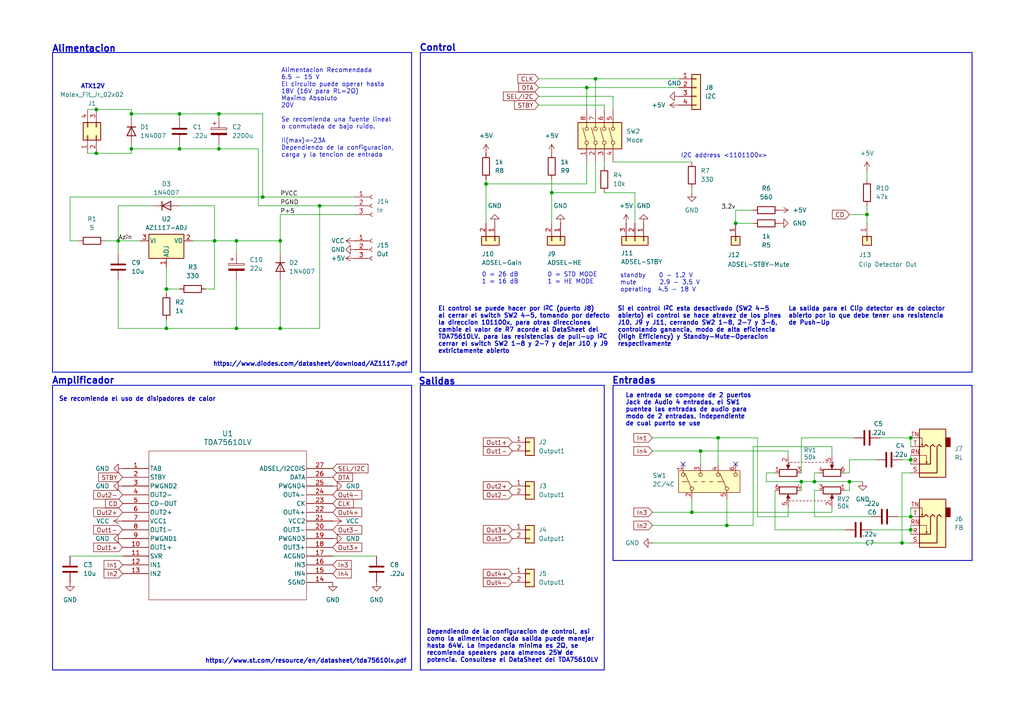
<source format=kicad_sch>
(kicad_sch (version 20250114) (generator "eeschema") (generator_version "9.0")
  (paper "A4")
  (title_block (title "TDA74610LV Test Board") (rev "v0") (company "Jackestar") (comment 1 "jackestardev@gmail.com"))
  (lib_symbols
    (symbol "2025-05-31_17-09-55:TDA75610LV" (pin_names (offset 0.254))
      (property "Reference" "U" (at 30.48 10.16 0))
      (property "Value" "TDA75610LV" (at 30.48 7.62 0))
      (symbol "TDA75610LV_0_1"
        (pin unspecified line (at 0 0 0) (length 7.62) (name "TAB") (number "1"))
        (pin unspecified line (at 0 -2.54 0) (length 7.62) (name "STBY") (number "2"))
        (pin power_out line (at 0 -5.08 0) (length 7.62) (name "PWGND2") (number "3"))
        (pin output line (at 0 -7.62 0) (length 7.62) (name "OUT2-") (number "4"))
        (pin output line (at 0 -10.16 0) (length 7.62) (name "CD-OUT") (number "5"))
        (pin output line (at 0 -12.7 0) (length 7.62) (name "OUT2+") (number "6"))
        (pin power_in line (at 0 -15.24 0) (length 7.62) (name "VCC1") (number "7"))
        (pin output line (at 0 -17.78 0) (length 7.62) (name "OUT1-") (number "8"))
        (pin power_out line (at 0 -20.32 0) (length 7.62) (name "PWGND1") (number "9"))
        (pin output line (at 0 -22.86 0) (length 7.62) (name "OUT1+") (number "10"))
        (pin unspecified line (at 0 -25.4 0) (length 7.62) (name "SVR") (number "11"))
        (pin input line (at 0 -27.94 0) (length 7.62) (name "IN1") (number "12"))
        (pin input line (at 0 -30.48 0) (length 7.62) (name "IN2") (number "13"))
        (pin unspecified line (at 60.96 0 180) (length 7.62) (name "ADSEL/I2CDIS") (number "27"))
        (pin unspecified line (at 60.96 -2.54 180) (length 7.62) (name "DATA") (number "26"))
        (pin power_out line (at 60.96 -5.08 180) (length 7.62) (name "PWGND4") (number "25"))
        (pin output line (at 60.96 -7.62 180) (length 7.62) (name "OUT4-") (number "24"))
        (pin unspecified line (at 60.96 -10.16 180) (length 7.62) (name "CK") (number "23"))
        (pin output line (at 60.96 -12.7 180) (length 7.62) (name "OUT4+") (number "22"))
        (pin power_in line (at 60.96 -15.24 180) (length 7.62) (name "VCC2") (number "21"))
        (pin output line (at 60.96 -17.78 180) (length 7.62) (name "OUT3-") (number "20"))
        (pin power_out line (at 60.96 -20.32 180) (length 7.62) (name "PWGND3") (number "19"))
        (pin output line (at 60.96 -22.86 180) (length 7.62) (name "OUT3+") (number "18"))
        (pin power_out line (at 60.96 -25.4 180) (length 7.62) (name "ACGND") (number "17"))
        (pin input line (at 60.96 -27.94 180) (length 7.62) (name "IN3") (number "16"))
        (pin input line (at 60.96 -30.48 180) (length 7.62) (name "IN4") (number "15"))
        (pin power_out line (at 60.96 -33.02 180) (length 7.62) (name "SGND") (number "14"))
      )
    )
    (symbol "Connector:Conn_01x03_Socket" (pin_names (offset 1.016) (hide yes))
      (property "Reference" "J" (at 0 5.08 0))
      (property "Value" "Conn_01x03_Socket" (at 0 -5.08 0))
      (symbol "Conn_01x03_Socket_1_1"
        (pin passive line (at -5.08 2.54 0) (length 3.81) (name "Pin_1") (number "1"))
        (pin passive line (at -5.08 0 0) (length 3.81) (name "Pin_2") (number "2"))
        (pin passive line (at -5.08 -2.54 0) (length 3.81) (name "Pin_3") (number "3"))
      )
    )
    (symbol "Connector_Audio:AudioJack3_SwitchTR"
      (property "Reference" "J" (at 0 8.89 0))
      (property "Value" "AudioJack3_SwitchTR" (at 0 6.35 0))
      (symbol "AudioJack3_SwitchTR_1_1"
        (pin passive line (at 5.08 2.54 180) (length 2.54) (name "~") (number "S"))
        (pin passive line (at 5.08 0 180) (length 2.54) (name "~") (number "R"))
        (pin passive line (at 5.08 -2.54 180) (length 2.54) (name "~") (number "RN"))
        (pin passive line (at 5.08 -5.08 180) (length 2.54) (name "~") (number "T"))
        (pin passive line (at 5.08 -7.62 180) (length 2.54) (name "~") (number "TN"))
      )
    )
    (symbol "Connector_Generic:Conn_01x01" (pin_names (offset 1.016) (hide yes))
      (property "Reference" "J" (at 0 2.54 0))
      (property "Value" "Conn_01x01" (at 0 -2.54 0))
      (symbol "Conn_01x01_1_1"
        (pin passive line (at -5.08 0 0) (length 3.81) (name "Pin_1") (number "1"))
      )
    )
    (symbol "Connector_Generic:Conn_01x02" (pin_names (offset 1.016) (hide yes))
      (property "Reference" "J" (at 0 2.54 0))
      (property "Value" "Conn_01x02" (at 0 -5.08 0))
      (symbol "Conn_01x02_1_1"
        (pin passive line (at -5.08 0 0) (length 3.81) (name "Pin_1") (number "1"))
        (pin passive line (at -5.08 -2.54 0) (length 3.81) (name "Pin_2") (number "2"))
      )
    )
    (symbol "Connector_Generic:Conn_01x03" (pin_names (offset 1.016) (hide yes))
      (property "Reference" "J" (at 0 5.08 0))
      (property "Value" "Conn_01x03" (at 0 -5.08 0))
      (symbol "Conn_01x03_1_1"
        (pin passive line (at -5.08 2.54 0) (length 3.81) (name "Pin_1") (number "1"))
        (pin passive line (at -5.08 0 0) (length 3.81) (name "Pin_2") (number "2"))
        (pin passive line (at -5.08 -2.54 0) (length 3.81) (name "Pin_3") (number "3"))
      )
    )
    (symbol "Connector_Generic:Conn_01x04" (pin_names (offset 1.016) (hide yes))
      (property "Reference" "J" (at 0 5.08 0))
      (property "Value" "Conn_01x04" (at 0 -7.62 0))
      (symbol "Conn_01x04_1_1"
        (pin passive line (at -5.08 2.54 0) (length 3.81) (name "Pin_1") (number "1"))
        (pin passive line (at -5.08 0 0) (length 3.81) (name "Pin_2") (number "2"))
        (pin passive line (at -5.08 -2.54 0) (length 3.81) (name "Pin_3") (number "3"))
        (pin passive line (at -5.08 -5.08 0) (length 3.81) (name "Pin_4") (number "4"))
      )
    )
    (symbol "Connector_Generic:Conn_02x02_Counter_Clockwise" (pin_names (offset 1.016) (hide yes))
      (property "Reference" "J" (at 1.27 2.54 0))
      (property "Value" "Conn_02x02_Counter_Clockwise" (at 1.27 -5.08 0))
      (symbol "Conn_02x02_Counter_Clockwise_1_1"
        (pin passive line (at -5.08 0 0) (length 3.81) (name "Pin_1") (number "1"))
        (pin passive line (at -5.08 -2.54 0) (length 3.81) (name "Pin_2") (number "2"))
        (pin passive line (at 7.62 0 180) (length 3.81) (name "Pin_4") (number "4"))
        (pin passive line (at 7.62 -2.54 180) (length 3.81) (name "Pin_3") (number "3"))
      )
    )
    (symbol "Device:C" (pin_numbers (hide yes)) (pin_names (offset 0.254))
      (property "Reference" "C" (at 0.635 2.54 0))
      (property "Value" "C" (at 0.635 -2.54 0))
      (symbol "C_1_1"
        (pin passive line (at 0 3.81 270) (length 2.794) (name "~") (number "1"))
        (pin passive line (at 0 -3.81 90) (length 2.794) (name "~") (number "2"))
      )
    )
    (symbol "Device:C_Polarized" (pin_numbers (hide yes)) (pin_names (offset 0.254))
      (property "Reference" "C" (at 0.635 2.54 0))
      (property "Value" "C_Polarized" (at 0.635 -2.54 0))
      (symbol "C_Polarized_1_1"
        (pin passive line (at 0 3.81 270) (length 2.794) (name "~") (number "1"))
        (pin passive line (at 0 -3.81 90) (length 2.794) (name "~") (number "2"))
      )
    )
    (symbol "Device:D" (pin_numbers (hide yes)) (pin_names (offset 1.016) (hide yes))
      (property "Reference" "D" (at 0 2.54 0))
      (property "Value" "D" (at 0 -2.54 0))
      (symbol "D_1_1"
        (pin passive line (at -3.81 0 0) (length 2.54) (name "K") (number "1"))
        (pin passive line (at 3.81 0 180) (length 2.54) (name "A") (number "2"))
      )
    )
    (symbol "Device:R" (pin_numbers (hide yes)) (pin_names (offset 0))
      (property "Reference" "R" (at 2.032 0 90))
      (property "Value" "R" (at 0 0 90))
      (symbol "R_1_1"
        (pin passive line (at 0 3.81 270) (length 1.27) (name "~") (number "1"))
        (pin passive line (at 0 -3.81 90) (length 1.27) (name "~") (number "2"))
      )
    )
    (symbol "Device:R_Potentiometer_Dual" (pin_names (offset 1.016) (hide yes))
      (property "Reference" "RV" (at 0 3.81 0))
      (property "Value" "R_Potentiometer_Dual" (at 0 1.905 0))
      (symbol "R_Potentiometer_Dual_1_1"
        (pin passive line (at -10.16 -2.54 0) (length 1.27) (name "1") (number "1"))
        (pin passive line (at -6.35 2.54 270) (length 2.54) (name "2") (number "2"))
        (pin passive line (at -2.54 -2.54 180) (length 1.27) (name "3") (number "3"))
        (pin passive line (at 2.54 -2.54 0) (length 1.27) (name "4") (number "4"))
        (pin passive line (at 6.35 2.54 270) (length 2.54) (name "5") (number "5"))
        (pin passive line (at 10.16 -2.54 180) (length 1.27) (name "6") (number "6"))
      )
    )
    (symbol "Diode:1N4007" (pin_numbers (hide yes)) (pin_names (hide yes))
      (property "Reference" "D" (at 0 2.54 0))
      (property "Value" "1N4007" (at 0 -2.54 0))
      (symbol "1N4007_1_1"
        (pin passive line (at -3.81 0 0) (length 2.54) (name "K") (number "1"))
        (pin passive line (at 3.81 0 180) (length 2.54) (name "A") (number "2"))
      )
    )
    (symbol "Regulator_Linear:AZ1117-ADJ" (pin_names (offset 0.254))
      (property "Reference" "U" (at -3.81 3.175 0))
      (property "Value" "AZ1117-ADJ" (at 0 3.175 0))
      (symbol "AZ1117-ADJ_1_1"
        (pin power_in line (at -7.62 0 0) (length 2.54) (name "VI") (number "3"))
        (pin input line (at 0 -7.62 90) (length 2.54) (name "ADJ") (number "1"))
        (pin power_out line (at 7.62 0 180) (length 2.54) (name "VO") (number "2"))
      )
    )
    (symbol "Switch:SW_DIP_x04" (pin_names (offset 0) (hide yes))
      (property "Reference" "SW" (at 0 8.89 0))
      (property "Value" "SW_DIP_x04" (at 0 -6.35 0))
      (symbol "SW_DIP_x04_1_1"
        (pin passive line (at -7.62 5.08 0) (length 5.08) (name "~") (number "1"))
        (pin passive line (at -7.62 2.54 0) (length 5.08) (name "~") (number "2"))
        (pin passive line (at -7.62 0 0) (length 5.08) (name "~") (number "3"))
        (pin passive line (at -7.62 -2.54 0) (length 5.08) (name "~") (number "4"))
        (pin passive line (at 7.62 5.08 180) (length 5.08) (name "~") (number "8"))
        (pin passive line (at 7.62 2.54 180) (length 5.08) (name "~") (number "7"))
        (pin passive line (at 7.62 0 180) (length 5.08) (name "~") (number "6"))
        (pin passive line (at 7.62 -2.54 180) (length 5.08) (name "~") (number "5"))
      )
    )
    (symbol "Switch:SW_Push_DPDT" (pin_names (offset 0) (hide yes))
      (property "Reference" "SW" (at 0 10.16 0))
      (property "Value" "SW_Push_DPDT" (at 0 -10.16 0))
      (symbol "SW_Push_DPDT_1_1"
        (pin passive line (at -5.08 5.08 0) (length 2.54) (name "B") (number "2"))
        (pin passive line (at -5.08 -5.08 0) (length 2.54) (name "B") (number "5"))
        (pin passive line (at 5.08 7.62 180) (length 2.54) (name "A") (number "1"))
        (pin passive line (at 5.08 2.54 180) (length 2.54) (name "C") (number "3"))
        (pin passive line (at 5.08 -2.54 180) (length 2.54) (name "A") (number "4"))
        (pin passive line (at 5.08 -7.62 180) (length 2.54) (name "C") (number "6"))
      )
    )
    (symbol "power:+5V" (power) (pin_numbers (hide yes)) (pin_names (offset 0) (hide yes))
      (property "Value" "+5V" (at 0 3.556 0))
      (symbol "+5V_1_1"
        (pin power_in line (at 0 0 90) (length 0) (name "~") (number "1"))
      )
    )
    (symbol "power:GND" (power) (pin_numbers (hide yes)) (pin_names (offset 0) (hide yes))
      (property "Value" "GND" (at 0 -3.81 0))
      (symbol "GND_1_1"
        (pin power_in line (at 0 0 270) (length 0) (name "~") (number "1"))
      )
    )
    (symbol "power:VCC" (power) (pin_numbers (hide yes)) (pin_names (offset 0) (hide yes))
      (property "Value" "VCC" (at 0 3.556 0))
      (symbol "VCC_1_1"
        (pin power_in line (at 0 0 90) (length 0) (name "~") (number "1"))
      )
    )
  )
  (rectangle (start 177.8 111.76) (end 281.94 162.56) (stroke (width 0.254)))
  (rectangle (start 121.92 15.24) (end 281.94 107.95) (stroke (width 0.254)))
  (rectangle (start 15.24 15.24) (end 119.38 107.95) (stroke (width 0.254)))
  (rectangle (start 15.24 111.76) (end 119.38 194.31) (stroke (width 0.254)))
  (rectangle (start 121.92 111.76) (end 175.26 194.31) (stroke (width 0.254)))
  (text "I2C address <1101100x>" (at 210.058 45.212 0) (effects (font (size 1.27 1.27))))
  (text "0 = 26 dB\n1 = 16 dB" (at 139.7 80.772 0) (effects (font (size 1.27 1.27)) (justify left)))
  (text "El control se puede hacer por I^{2}C (puerto J8)\nal cerrar el switch SW2 4-5, tomando por defecto\nla direccion 101100x, para otras direcciones\ncambie el valor de R7 acorde al DataSheet del\n${/6deded0e-2b3d-47b1-92cc-6f62c7928dd5/4b1c4e20-7ab7-4824-b4a3-94053f0686d4:VALUE}. para las resistencias de pull-up I^{2}C\ncerrar el switch SW2 1-8 y 2-7 y dejar J10 y J9\nextrictamente abierto" (at 127 88.9 0) (effects (font (size 1.27 1.27) (thickness 0.254) (bold yes)) (justify left top)))
  (text "standby    0 - 1.2 V\nmute       2.9 - 3.5 V\noperating  4.5 - 18 V" (at 179.832 82.042 0) (effects (font (size 1.27 1.27)) (justify left)))
  (text "Salidas" (at 126.746 110.744 0) (effects (font (size 1.905 1.905) (thickness 0.381) (bold yes))))
  (text "0 = STD MODE\n1 = HE MODE" (at 158.75 80.772 0) (effects (font (size 1.27 1.27)) (justify left)))
  (text "Alimentacion" (at 24.384 14.224 0) (effects (font (size 1.905 1.905) (thickness 0.381) (bold yes))))
  (text "Control" (at 127 13.97 0) (effects (font (size 1.905 1.905) (thickness 0.381) (bold yes))))
  (text "Se recomienda el uso de disipadores de calor" (at 17.018 115.824 0) (effects (font (size 1.27 1.27) (thickness 0.254) (bold yes)) (justify left)))
  (text "Alimentacion Recomendada\n6.5 - 15 V\nEl circuito puede operar hasta\n18V (16V para RL=2Ω)\nMaximo Absoluto\n20V\n\nSe recomienda una fuente lineal\no conmutada de bajo ruido.\n\nIi(max)=~23A\nDependiendo de la configuracion,\ncarga y la tencion de entrada\n" (at 81.534 32.766 0) (effects (font (size 1.27 1.27)) (justify left)))
  (text "ATX12V" (at 23.368 25.146 0) (effects (font (size 1.27 1.27) (thickness 0.254) (bold yes)) (justify left)))
  (text "Dependiendo de la configuracion de control, asi\ncomo la alimentacion cada salida puede manejar \nhasta 64W. La impedancia minima es 2Ω, se \nrecomienda speakers para almenos 25W de\npotencia. Consultese el DataSheet del ${/6deded0e-2b3d-47b1-92cc-6f62c7928dd5/4b1c4e20-7ab7-4824-b4a3-94053f0686d4:VALUE}" (at 123.698 187.452 0) (effects (font (size 1.27 1.27) (thickness 0.254) (bold yes)) (justify left)))
  (text "https://www.st.com/resource/en/datasheet/tda75610lv.pdf" (at 59.436 191.77 0) (effects (font (size 1.27 1.27) (thickness 0.254) (bold yes)) (justify left)))
  (text "Si el control I^{2}C esta desactivado (SW2 4-5\nabierto) el control se hace atravez de los pines\nJ10, J9 y J11, cerrando SW2 1-8, 2-7 y 3-6,\ncontrolando ganancia, modo de alta eficiencia\n(High Efficiency) y Standby-Mute-Operacion\nrespectivamente" (at 179.07 88.9 0) (effects (font (size 1.27 1.27) (thickness 0.254) (bold yes)) (justify left top)))
  (text "La salida para el Clip detector es de colector\nabierto por lo que debe tener una resistencia\nde Push-Up" (at 228.6 88.9 0) (effects (font (size 1.27 1.27) (thickness 0.254) (bold yes)) (justify left top)))
  (text "Entradas" (at 183.896 110.49 0) (effects (font (size 1.905 1.905) (thickness 0.381) (bold yes))))
  (text "https://www.diodes.com/datasheet/download/AZ1117.pdf" (at 61.722 105.664 0) (effects (font (size 1.27 1.27) (thickness 0.254) (bold yes)) (justify left)))
  (text "La entrada se compone de 2 puertos\nJack de Audio 4 entradas, el SW1 \npuentea las entradas de audio para\nmodo de 2 entradas, independiente\nde cual puerto se use" (at 181.356 118.872 0) (effects (font (size 1.27 1.27) (thickness 0.254) (bold yes)) (justify left)))
  (text "Amplificador" (at 24.13 110.49 0) (effects (font (size 1.905 1.905) (thickness 0.381) (bold yes))))
  (junction (at 264.16 127))
  (junction (at 208.28 127))
  (junction (at 52.07 43.18))
  (junction (at 210.82 152.4))
  (junction (at 63.5 43.18))
  (junction (at 27.94 31.75))
  (junction (at 246.38 139.7))
  (junction (at 68.58 95.25))
  (junction (at 81.28 95.25))
  (junction (at 92.71 59.69))
  (junction (at 62.23 69.85))
  (junction (at 264.16 149.86))
  (junction (at 203.2 130.81))
  (junction (at 251.46 62.23))
  (junction (at 68.58 69.85))
  (junction (at 140.97 53.34))
  (junction (at 172.72 22.86))
  (junction (at 38.1 43.18))
  (junction (at 170.18 25.4))
  (junction (at 261.62 157.48))
  (junction (at 38.1 33.02))
  (junction (at 76.2 57.15))
  (junction (at 160.02 55.88))
  (junction (at 264.16 153.67))
  (junction (at 48.26 83.82))
  (junction (at 213.36 64.77))
  (junction (at 48.26 95.25))
  (junction (at 27.94 44.45))
  (junction (at 63.5 33.02))
  (junction (at 52.07 33.02))
  (junction (at 264.16 133.35))
  (junction (at 200.66 148.59))
  (junction (at 236.22 139.7))
  (junction (at 232.41 139.7))
  (junction (at 81.28 69.85))
  (junction (at 34.29 69.85))
  (no_connect (at 198.12 134.62))
  (no_connect (at 213.36 134.62))
  (wire (pts (xy 175.26 46.99) (xy 175.26 48.26)))
  (wire (pts (xy 236.22 142.24) (xy 236.22 149.86)))
  (wire (pts (xy 213.36 64.77) (xy 213.36 60.96)))
  (wire (pts (xy 81.28 73.66) (xy 81.28 69.85)))
  (wire (pts (xy 189.23 152.4) (xy 210.82 152.4)))
  (wire (pts (xy 156.21 22.86) (xy 172.72 22.86)))
  (wire (pts (xy 246.38 137.16) (xy 246.38 133.35)))
  (wire (pts (xy 246.38 62.23) (xy 251.46 62.23)))
  (wire (pts (xy 52.07 41.91) (xy 52.07 43.18)))
  (wire (pts (xy 160.02 52.07) (xy 160.02 55.88)))
  (wire (pts (xy 44.45 59.69) (xy 34.29 59.69)))
  (wire (pts (xy 228.6 147.32) (xy 228.6 149.86)))
  (wire (pts (xy 208.28 127) (xy 219.71 127)))
  (wire (pts (xy 156.21 27.94) (xy 177.8 27.94)))
  (wire (pts (xy 81.28 95.25) (xy 92.71 95.25)))
  (wire (pts (xy 38.1 31.75) (xy 38.1 33.02)))
  (wire (pts (xy 170.18 53.34) (xy 170.18 46.99)))
  (wire (pts (xy 252.73 153.67) (xy 264.16 153.67)))
  (wire (pts (xy 241.3 148.59) (xy 241.3 147.32)))
  (wire (pts (xy 52.07 43.18) (xy 63.5 43.18)))
  (wire (pts (xy 52.07 33.02) (xy 52.07 34.29)))
  (wire (pts (xy 34.29 69.85) (xy 40.64 69.85)))
  (wire (pts (xy 48.26 92.71) (xy 48.26 95.25)))
  (wire (pts (xy 264.16 133.35) (xy 264.16 134.62)))
  (wire (pts (xy 236.22 137.16) (xy 236.22 139.7)))
  (wire (pts (xy 219.71 149.86) (xy 219.71 127)))
  (wire (pts (xy 76.2 33.02) (xy 76.2 57.15)))
  (wire (pts (xy 27.94 44.45) (xy 38.1 44.45)))
  (wire (pts (xy 52.07 59.69) (xy 62.23 59.69)))
  (wire (pts (xy 172.72 55.88) (xy 172.72 46.99)))
  (wire (pts (xy 222.25 139.7) (xy 232.41 139.7)))
  (wire (pts (xy 264.16 153.67) (xy 264.16 152.4)))
  (wire (pts (xy 236.22 149.86) (xy 252.73 149.86)))
  (wire (pts (xy 48.26 83.82) (xy 48.26 85.09)))
  (wire (pts (xy 76.2 57.15) (xy 102.87 57.15)))
  (wire (pts (xy 241.3 132.08) (xy 241.3 129.54)))
  (wire (pts (xy 63.5 43.18) (xy 63.5 41.91)))
  (wire (pts (xy 175.26 55.88) (xy 184.15 55.88)))
  (wire (pts (xy 189.23 127) (xy 208.28 127)))
  (wire (pts (xy 68.58 69.85) (xy 81.28 69.85)))
  (wire (pts (xy 189.23 148.59) (xy 200.66 148.59)))
  (wire (pts (xy 38.1 41.91) (xy 38.1 43.18)))
  (wire (pts (xy 228.6 149.86) (xy 219.71 149.86)))
  (wire (pts (xy 81.28 62.23) (xy 102.87 62.23)))
  (wire (pts (xy 25.4 31.75) (xy 27.94 31.75)))
  (wire (pts (xy 175.26 30.48) (xy 175.26 31.75)))
  (wire (pts (xy 251.46 62.23) (xy 251.46 64.77)))
  (wire (pts (xy 74.93 43.18) (xy 74.93 59.69)))
  (wire (pts (xy 76.2 57.15) (xy 20.32 57.15)))
  (wire (pts (xy 264.16 127) (xy 264.16 129.54)))
  (wire (pts (xy 140.97 52.07) (xy 140.97 53.34)))
  (wire (pts (xy 34.29 81.28) (xy 34.29 95.25)))
  (wire (pts (xy 62.23 69.85) (xy 68.58 69.85)))
  (wire (pts (xy 140.97 64.77) (xy 140.97 53.34)))
  (wire (pts (xy 20.32 69.85) (xy 22.86 69.85)))
  (wire (pts (xy 224.79 153.67) (xy 245.11 153.67)))
  (wire (pts (xy 189.23 157.48) (xy 261.62 157.48)))
  (wire (pts (xy 156.21 30.48) (xy 175.26 30.48)))
  (wire (pts (xy 81.28 81.28) (xy 81.28 95.25)))
  (wire (pts (xy 25.4 44.45) (xy 27.94 44.45)))
  (wire (pts (xy 222.25 139.7) (xy 222.25 137.16)))
  (wire (pts (xy 177.8 27.94) (xy 177.8 31.75)))
  (wire (pts (xy 74.93 59.69) (xy 92.71 59.69)))
  (wire (pts (xy 251.46 62.23) (xy 251.46 59.69)))
  (wire (pts (xy 232.41 137.16) (xy 232.41 127)))
  (wire (pts (xy 261.62 157.48) (xy 264.16 157.48)))
  (wire (pts (xy 34.29 69.85) (xy 34.29 73.66)))
  (wire (pts (xy 218.44 60.96) (xy 213.36 60.96)))
  (wire (pts (xy 246.38 133.35) (xy 254 133.35)))
  (wire (pts (xy 156.21 25.4) (xy 170.18 25.4)))
  (wire (pts (xy 170.18 25.4) (xy 196.85 25.4)))
  (wire (pts (xy 59.69 83.82) (xy 62.23 83.82)))
  (wire (pts (xy 203.2 130.81) (xy 228.6 130.81)))
  (wire (pts (xy 200.66 148.59) (xy 241.3 148.59)))
  (wire (pts (xy 38.1 44.45) (xy 38.1 43.18)))
  (wire (pts (xy 38.1 43.18) (xy 52.07 43.18)))
  (wire (pts (xy 264.16 137.16) (xy 261.62 137.16)))
  (wire (pts (xy 189.23 130.81) (xy 203.2 130.81)))
  (wire (pts (xy 172.72 22.86) (xy 172.72 31.75)))
  (wire (pts (xy 236.22 142.24) (xy 237.49 142.24)))
  (wire (pts (xy 255.27 127) (xy 264.16 127)))
  (wire (pts (xy 27.94 31.75) (xy 38.1 31.75)))
  (wire (pts (xy 20.32 57.15) (xy 20.32 69.85)))
  (wire (pts (xy 200.66 144.78) (xy 200.66 148.59)))
  (wire (pts (xy 232.41 139.7) (xy 232.41 142.24)))
  (wire (pts (xy 68.58 81.28) (xy 68.58 95.25)))
  (wire (pts (xy 170.18 25.4) (xy 170.18 31.75)))
  (wire (pts (xy 48.26 77.47) (xy 48.26 83.82)))
  (wire (pts (xy 213.36 64.77) (xy 218.44 64.77)))
  (wire (pts (xy 160.02 55.88) (xy 160.02 64.77)))
  (wire (pts (xy 246.38 139.7) (xy 250.19 139.7)))
  (wire (pts (xy 38.1 33.02) (xy 38.1 34.29)))
  (wire (pts (xy 55.88 69.85) (xy 62.23 69.85)))
  (wire (pts (xy 81.28 62.23) (xy 81.28 69.85)))
  (wire (pts (xy 160.02 55.88) (xy 172.72 55.88)))
  (wire (pts (xy 218.44 129.54) (xy 218.44 152.4)))
  (wire (pts (xy 34.29 59.69) (xy 34.29 69.85)))
  (wire (pts (xy 264.16 153.67) (xy 264.16 154.94)))
  (wire (pts (xy 261.62 137.16) (xy 261.62 157.48)))
  (wire (pts (xy 264.16 147.32) (xy 264.16 149.86)))
  (wire (pts (xy 63.5 34.29) (xy 63.5 33.02)))
  (wire (pts (xy 237.49 137.16) (xy 236.22 137.16)))
  (wire (pts (xy 236.22 139.7) (xy 246.38 139.7)))
  (wire (pts (xy 200.66 55.88) (xy 200.66 54.61)))
  (wire (pts (xy 260.35 149.86) (xy 264.16 149.86)))
  (wire (pts (xy 177.8 46.99) (xy 200.66 46.99)))
  (wire (pts (xy 246.38 142.24) (xy 245.11 142.24)))
  (wire (pts (xy 228.6 130.81) (xy 228.6 132.08)))
  (wire (pts (xy 63.5 33.02) (xy 76.2 33.02)))
  (wire (pts (xy 38.1 33.02) (xy 52.07 33.02)))
  (wire (pts (xy 246.38 142.24) (xy 246.38 139.7)))
  (wire (pts (xy 34.29 95.25) (xy 48.26 95.25)))
  (wire (pts (xy 261.62 133.35) (xy 264.16 133.35)))
  (wire (pts (xy 222.25 137.16) (xy 224.79 137.16)))
  (wire (pts (xy 218.44 152.4) (xy 210.82 152.4)))
  (wire (pts (xy 68.58 95.25) (xy 81.28 95.25)))
  (wire (pts (xy 210.82 144.78) (xy 210.82 152.4)))
  (wire (pts (xy 232.41 139.7) (xy 236.22 139.7)))
  (wire (pts (xy 92.71 59.69) (xy 92.71 95.25)))
  (wire (pts (xy 63.5 43.18) (xy 74.93 43.18)))
  (wire (pts (xy 224.79 142.24) (xy 224.79 153.67)))
  (wire (pts (xy 184.15 55.88) (xy 184.15 64.77)))
  (wire (pts (xy 48.26 83.82) (xy 52.07 83.82)))
  (wire (pts (xy 20.32 161.29) (xy 35.56 161.29)))
  (wire (pts (xy 232.41 127) (xy 247.65 127)))
  (wire (pts (xy 251.46 49.53) (xy 251.46 52.07)))
  (wire (pts (xy 30.48 69.85) (xy 34.29 69.85)))
  (wire (pts (xy 241.3 129.54) (xy 218.44 129.54)))
  (wire (pts (xy 52.07 33.02) (xy 63.5 33.02)))
  (wire (pts (xy 140.97 53.34) (xy 170.18 53.34)))
  (wire (pts (xy 62.23 59.69) (xy 62.23 69.85)))
  (wire (pts (xy 68.58 73.66) (xy 68.58 69.85)))
  (wire (pts (xy 92.71 59.69) (xy 102.87 59.69)))
  (wire (pts (xy 264.16 132.08) (xy 264.16 133.35)))
  (wire (pts (xy 48.26 95.25) (xy 68.58 95.25)))
  (wire (pts (xy 172.72 22.86) (xy 196.85 22.86)))
  (wire (pts (xy 62.23 83.82) (xy 62.23 69.85)))
  (wire (pts (xy 96.52 161.29) (xy 109.22 161.29)))
  (wire (pts (xy 208.28 127) (xy 208.28 134.62)))
  (wire (pts (xy 245.11 137.16) (xy 246.38 137.16)))
  (wire (pts (xy 203.2 130.81) (xy 203.2 134.62)))
  (label "3.2v" (at 213.36 60.96 180))
  (label "Azin" (at 34.29 69.85 0))
  (label "PGND" (at 81.28 59.69 0))
  (label "P+5" (at 81.28 62.23 0))
  (label "PVCC" (at 81.28 57.15 0))
  (global_label "Out1+" (shape input) (at 35.56 158.75 180) (property "Intersheetrefs" "${INTERSHEET_REFS}" (effects (hide yes))))
  (global_label "SEL{slash}I2C" (shape input) (at 156.21 27.94 180) (property "Intersheetrefs" "${INTERSHEET_REFS}" (effects (hide yes))))
  (global_label "SEL{slash}I2C" (shape input) (at 96.52 135.89 0) (property "Intersheetrefs" "${INTERSHEET_REFS}" (effects (hide yes))))
  (global_label "Out4-" (shape input) (at 96.52 143.51 0) (property "Intersheetrefs" "${INTERSHEET_REFS}" (effects (hide yes))))
  (global_label "Out2+" (shape input) (at 35.56 148.59 180) (property "Intersheetrefs" "${INTERSHEET_REFS}" (effects (hide yes))))
  (global_label "Out1-" (shape input) (at 148.59 130.81 180) (property "Intersheetrefs" "${INTERSHEET_REFS}" (effects (hide yes))))
  (global_label "Out3+" (shape input) (at 96.52 158.75 0) (property "Intersheetrefs" "${INTERSHEET_REFS}" (effects (hide yes))))
  (global_label "DTA" (shape input) (at 96.52 138.43 0) (property "Intersheetrefs" "${INTERSHEET_REFS}" (effects (hide yes))))
  (global_label "In2" (shape input) (at 189.23 152.4 180) (property "Intersheetrefs" "${INTERSHEET_REFS}" (effects (hide yes))))
  (global_label "In1" (shape input) (at 189.23 127 180) (property "Intersheetrefs" "${INTERSHEET_REFS}" (effects (hide yes))))
  (global_label "In4" (shape input) (at 96.52 166.37 0) (property "Intersheetrefs" "${INTERSHEET_REFS}" (effects (hide yes))))
  (global_label "Out4+" (shape input) (at 148.59 166.37 180) (property "Intersheetrefs" "${INTERSHEET_REFS}" (effects (hide yes))))
  (global_label "Out3-" (shape input) (at 148.59 156.21 180) (property "Intersheetrefs" "${INTERSHEET_REFS}" (effects (hide yes))))
  (global_label "Out3-" (shape input) (at 96.52 153.67 0) (property "Intersheetrefs" "${INTERSHEET_REFS}" (effects (hide yes))))
  (global_label "In2" (shape input) (at 35.56 166.37 180) (property "Intersheetrefs" "${INTERSHEET_REFS}" (effects (hide yes))))
  (global_label "STBY" (shape input) (at 156.21 30.48 180) (property "Intersheetrefs" "${INTERSHEET_REFS}" (effects (hide yes))))
  (global_label "DTA" (shape input) (at 156.21 25.4 180) (property "Intersheetrefs" "${INTERSHEET_REFS}" (effects (hide yes))))
  (global_label "Out2-" (shape input) (at 148.59 143.51 180) (property "Intersheetrefs" "${INTERSHEET_REFS}" (effects (hide yes))))
  (global_label "CLK" (shape input) (at 96.52 146.05 0) (property "Intersheetrefs" "${INTERSHEET_REFS}" (effects (hide yes))))
  (global_label "Out1-" (shape input) (at 35.56 153.67 180) (property "Intersheetrefs" "${INTERSHEET_REFS}" (effects (hide yes))))
  (global_label "STBY" (shape input) (at 35.56 138.43 180) (property "Intersheetrefs" "${INTERSHEET_REFS}" (effects (hide yes))))
  (global_label "Out3+" (shape input) (at 148.59 153.67 180) (property "Intersheetrefs" "${INTERSHEET_REFS}" (effects (hide yes))))
  (global_label "CD" (shape input) (at 246.38 62.23 180) (property "Intersheetrefs" "${INTERSHEET_REFS}" (effects (hide yes))))
  (global_label "In4" (shape input) (at 189.23 130.81 180) (property "Intersheetrefs" "${INTERSHEET_REFS}" (effects (hide yes))))
  (global_label "In3" (shape input) (at 189.23 148.59 180) (property "Intersheetrefs" "${INTERSHEET_REFS}" (effects (hide yes))))
  (global_label "Out4-" (shape input) (at 148.59 168.91 180) (property "Intersheetrefs" "${INTERSHEET_REFS}" (effects (hide yes))))
  (global_label "CD" (shape input) (at 35.56 146.05 180) (property "Intersheetrefs" "${INTERSHEET_REFS}" (effects (hide yes))))
  (global_label "In3" (shape input) (at 96.52 163.83 0) (property "Intersheetrefs" "${INTERSHEET_REFS}" (effects (hide yes))))
  (global_label "CLK" (shape input) (at 156.21 22.86 180) (property "Intersheetrefs" "${INTERSHEET_REFS}" (effects (hide yes))))
  (global_label "Out4+" (shape input) (at 96.52 148.59 0) (property "Intersheetrefs" "${INTERSHEET_REFS}" (effects (hide yes))))
  (global_label "In1" (shape input) (at 35.56 163.83 180) (property "Intersheetrefs" "${INTERSHEET_REFS}" (effects (hide yes))))
  (global_label "Out2-" (shape input) (at 35.56 143.51 180) (property "Intersheetrefs" "${INTERSHEET_REFS}" (effects (hide yes))))
  (global_label "Out1+" (shape input) (at 148.59 128.27 180) (property "Intersheetrefs" "${INTERSHEET_REFS}" (effects (hide yes))))
  (global_label "Out2+" (shape input) (at 148.59 140.97 180) (property "Intersheetrefs" "${INTERSHEET_REFS}" (effects (hide yes))))
  (symbol (lib_id "Device:R_Potentiometer_Dual") (at 234.95 144.78 180) (unit 1)
    (property "Reference" "RV2" (at 244.602 144.78 0))
    (property "Value" "50k" (at 244.602 146.812 0))
    (property "Footprint" "Potentiometer_THT:Potentiometer_Alps_RK163_Dual_Horizontal" (effects (hide yes)))
    (property "Description" "Dual potentiometer" (effects (hide yes)))
  )
  (symbol (lib_id "Connector_Generic:Conn_01x01") (at 251.46 69.85 90) (mirror x) (unit 1)
    (property "Reference" "J13" (at 252.73 73.914 90) (effects (justify left)))
    (property "Value" "Clip Detector Out" (at 265.938 76.708 90) (effects (justify left)))
    (property "Footprint" "Connector_PinHeader_2.54mm:PinHeader_1x01_P2.54mm_Vertical" (effects (hide yes)))
    (property "Description" "Generic connector, single row, 01x01, script generated (kicad-library-utils/schlib/autogen/connector/)" (effects (hide yes)))
  )
  (symbol (lib_id "power:GND") (at 196.85 27.94 270) (unit 1)
    (property "Reference" "#PWR018" (effects (hide yes)))
    (property "Value" "GND" (at 195.58 24.13 90))
    (property "Description" "Power symbol creates a global label with name \"GND\" , ground" (effects (hide yes)))
  )
  (symbol (lib_id "power:+5V") (at 160.02 44.45 0) (unit 1)
    (property "Reference" "#PWR029" (effects (hide yes)))
    (property "Value" "+5V" (at 160.02 39.37 0))
    (property "Description" "Power symbol creates a global label with name \"+5V\"" (effects (hide yes)))
  )
  (symbol (lib_id "power:GND") (at 200.66 55.88 0) (unit 1)
    (property "Reference" "#PWR020" (effects (hide yes)))
    (property "Value" "GND" (at 200.66 60.96 0))
    (property "Description" "Power symbol creates a global label with name \"GND\" , ground" (effects (hide yes)))
  )
  (symbol (lib_id "power:+5V") (at 181.61 64.77 0) (unit 1)
    (property "Reference" "#PWR025" (effects (hide yes)))
    (property "Value" "+5V" (at 181.61 59.69 0))
    (property "Description" "Power symbol creates a global label with name \"+5V\"" (effects (hide yes)))
  )
  (symbol (lib_id "power:GND") (at 250.19 139.7 0) (unit 1)
    (property "Reference" "#PWR09" (effects (hide yes)))
    (property "Value" "GND" (at 250.19 144.78 0))
    (property "Description" "Power symbol creates a global label with name \"GND\" , ground" (effects (hide yes)))
  )
  (symbol (lib_id "Connector_Generic:Conn_01x02") (at 162.56 69.85 270) (unit 1)
    (property "Reference" "J9" (at 158.75 73.6599 90) (effects (justify left)))
    (property "Value" "ADSEL-HE" (at 158.75 76.1999 90) (effects (justify left)))
    (property "Footprint" "Connector_PinHeader_2.54mm:PinHeader_1x02_P2.54mm_Vertical" (effects (hide yes)))
    (property "Description" "Generic connector, single row, 01x02, script generated (kicad-library-utils/schlib/autogen/connector/)" (effects (hide yes)))
  )
  (symbol (lib_id "Device:C_Polarized") (at 63.5 38.1 0) (unit 1)
    (property "Reference" "C2" (at 67.31 36.83 0) (effects (justify left)))
    (property "Value" "2200u" (at 67.31 39.37 0) (effects (justify left)))
    (property "Footprint" "Capacitor_THT:CP_Radial_D10.0mm_P5.00mm" (effects (hide yes)))
    (property "Description" "Polarized capacitor" (effects (hide yes)))
  )
  (symbol (lib_id "Connector_Generic:Conn_02x02_Counter_Clockwise") (at 25.4 39.37 90) (unit 1)
    (property "Reference" "J1" (at 26.67 29.972 90))
    (property "Value" "Molex_Fit_Jr_02x02" (at 26.67 27.432 90))
    (property "Footprint" "Connector_Molex:Molex_Mini-Fit_Jr_5566-04A2_2x02_P4.20mm_Vertical" (effects (hide yes)))
    (property "Description" "Generic connector, double row, 02x02, counter clockwise pin numbering scheme (similar to DIP package numbering), script generated (kicad-library-utils/schlib/autogen/connector/)" (effects (hide yes)))
  )
  (symbol (lib_id "Device:C") (at 256.54 149.86 90) (mirror x) (unit 1)
    (property "Reference" "C6" (at 252.984 148.59 90))
    (property "Value" ".22u" (at 252.984 146.05 90))
    (property "Footprint" "Capacitor_THT:C_Radial_D5.0mm_H7.0mm_P2.00mm" (effects (hide yes)))
    (property "Description" "Unpolarized capacitor" (effects (hide yes)))
  )
  (symbol (lib_id "Device:C") (at 251.46 127 90) (unit 1)
    (property "Reference" "C5" (at 254.762 122.936 90))
    (property "Value" ".22u" (at 254.762 125.476 90))
    (property "Footprint" "Capacitor_THT:C_Radial_D5.0mm_H7.0mm_P2.00mm" (effects (hide yes)))
    (property "Description" "Unpolarized capacitor" (effects (hide yes)))
  )
  (symbol (lib_id "Device:R") (at 160.02 48.26 0) (mirror x) (unit 1)
    (property "Reference" "R9" (at 162.56 49.5301 0) (effects (justify left)))
    (property "Value" "1k" (at 162.56 46.9901 0) (effects (justify left)))
    (property "Footprint" "Resistor_THT:R_Axial_DIN0204_L3.6mm_D1.6mm_P7.62mm_Horizontal" (effects (hide yes)))
    (property "Description" "Resistor" (effects (hide yes)))
  )
  (symbol (lib_id "power:+5V") (at 196.85 30.48 90) (unit 1)
    (property "Reference" "#PWR019" (effects (hide yes)))
    (property "Value" "+5V" (at 193.04 30.4799 90) (effects (justify left)))
    (property "Description" "Power symbol creates a global label with name \"+5V\"" (effects (hide yes)))
  )
  (symbol (lib_id "power:GND") (at 35.56 140.97 270) (unit 1)
    (property "Reference" "#PWR04" (effects (hide yes)))
    (property "Value" "GND" (at 31.75 140.9699 90) (effects (justify right)))
    (property "Description" "Power symbol creates a global label with name \"GND\" , ground" (effects (hide yes)))
  )
  (symbol (lib_id "Connector:Conn_01x03_Socket") (at 107.95 72.39 0) (unit 1)
    (property "Reference" "J15" (at 109.22 71.1199 0) (effects (justify left)))
    (property "Value" "Out" (at 109.22 73.6599 0) (effects (justify left)))
    (property "Footprint" "Connectors:BlockTerminal_1x03_15mmx15mm_P5mm_Vertical" (effects (hide yes)))
    (property "Description" "Generic connector, single row, 01x03, script generated" (effects (hide yes)))
  )
  (symbol (lib_id "Device:R_Potentiometer_Dual") (at 234.95 134.62 0) (unit 1)
    (property "Reference" "RV1" (at 234.95 130.556 0))
    (property "Value" "50k" (at 234.95 132.588 0))
    (property "Footprint" "Potentiometer_THT:Potentiometer_Alps_RK163_Dual_Horizontal" (effects (hide yes)))
    (property "Description" "Dual potentiometer" (effects (hide yes)))
  )
  (symbol (lib_id "Device:C") (at 20.32 165.1 0) (unit 1)
    (property "Reference" "C3" (at 24.13 163.8299 0) (effects (justify left)))
    (property "Value" "10u" (at 24.13 166.3699 0) (effects (justify left)))
    (property "Footprint" "Capacitor_THT:C_Radial_D5.0mm_H7.0mm_P2.00mm" (effects (hide yes)))
    (property "Description" "Unpolarized capacitor" (effects (hide yes)))
  )
  (symbol (lib_id "Device:R") (at 222.25 64.77 270) (mirror x) (unit 1)
    (property "Reference" "R5" (at 222.25 71.12 90))
    (property "Value" "1k" (at 222.25 68.58 90))
    (property "Footprint" "Resistor_THT:R_Axial_DIN0204_L3.6mm_D1.6mm_P7.62mm_Horizontal" (effects (hide yes)))
    (property "Description" "Resistor" (effects (hide yes)))
  )
  (symbol (lib_id "Device:C_Polarized") (at 68.58 77.47 0) (unit 1)
    (property "Reference" "C10" (at 72.39 75.3109 0) (effects (justify left)))
    (property "Value" "22u" (at 72.39 77.8509 0) (effects (justify left)))
    (property "Footprint" "footprints:CASE-D" (effects (hide yes)))
    (property "Description" "Polarized capacitor" (effects (hide yes)))
  )
  (symbol (lib_id "Device:D") (at 48.26 59.69 0) (unit 1)
    (property "Reference" "D3" (at 48.26 53.34 0))
    (property "Value" "1N4007" (at 48.26 55.88 0))
    (property "Footprint" "Diode_THT:D_DO-41_SOD81_P10.16mm_Horizontal" (effects (hide yes)))
    (property "Description" "Diode" (effects (hide yes)))
    (property "Sim.Device" "D" (effects (hide yes)))
    (property "Sim.Pins" "1=K 2=A" (effects (hide yes)))
  )
  (symbol (lib_id "power:+5V") (at 140.97 44.45 0) (unit 1)
    (property "Reference" "#PWR024" (effects (hide yes)))
    (property "Value" "+5V" (at 140.97 39.37 0))
    (property "Description" "Power symbol creates a global label with name \"+5V\"" (effects (hide yes)))
  )
  (symbol (lib_id "power:GND") (at 102.87 72.39 270) (unit 1)
    (property "Reference" "#PWR012" (effects (hide yes)))
    (property "Value" "GND" (at 98.044 72.39 90))
    (property "Description" "Power symbol creates a global label with name \"GND\" , ground" (effects (hide yes)))
  )
  (symbol (lib_id "power:GND") (at 226.06 64.77 90) (mirror x) (unit 1)
    (property "Reference" "#PWR028" (effects (hide yes)))
    (property "Value" "GND" (at 229.87 64.7701 90) (effects (justify right)))
    (property "Description" "Power symbol creates a global label with name \"GND\" , ground" (effects (hide yes)))
  )
  (symbol (lib_id "power:GND") (at 109.22 168.91 0) (unit 1)
    (property "Reference" "#PWR08" (effects (hide yes)))
    (property "Value" "GND" (at 109.22 173.99 0))
    (property "Description" "Power symbol creates a global label with name \"GND\" , ground" (effects (hide yes)))
  )
  (symbol (lib_id "Device:C") (at 52.07 38.1 0) (unit 1)
    (property "Reference" "C1" (at 55.88 36.8299 0) (effects (justify left)))
    (property "Value" ".22u" (at 55.88 39.3699 0) (effects (justify left)))
    (property "Footprint" "Capacitor_SMD:C_0805_2012Metric_Pad1.18x1.45mm_HandSolder" (effects (hide yes)))
    (property "Description" "Unpolarized capacitor" (effects (hide yes)))
  )
  (symbol (lib_id "power:+5V") (at 102.87 74.93 90) (unit 1)
    (property "Reference" "#PWR017" (effects (hide yes)))
    (property "Value" "+5V" (at 98.044 74.93 90))
    (property "Description" "Power symbol creates a global label with name \"+5V\"" (effects (hide yes)))
  )
  (symbol (lib_id "Device:R") (at 222.25 60.96 270) (mirror x) (unit 1)
    (property "Reference" "R6" (at 222.25 54.61 90))
    (property "Value" "560" (at 222.25 57.15 90))
    (property "Footprint" "Resistor_THT:R_Axial_DIN0204_L3.6mm_D1.6mm_P7.62mm_Horizontal" (effects (hide yes)))
    (property "Description" "Resistor" (effects (hide yes)))
  )
  (symbol (lib_id "power:GND") (at 96.52 140.97 90) (unit 1)
    (property "Reference" "#PWR03" (effects (hide yes)))
    (property "Value" "GND" (at 100.33 140.9699 90) (effects (justify right)))
    (property "Description" "Power symbol creates a global label with name \"GND\" , ground" (effects (hide yes)))
  )
  (symbol (lib_id "2025-05-31_17-09-55:TDA75610LV") (at 35.56 135.89 0) (unit 1)
    (property "Reference" "U1" (at 66.04 125.73 0) (effects (font (size 1.524 1.524))))
    (property "Value" "TDA75610LV" (at 66.04 128.27 0) (effects (font (size 1.524 1.524))))
    (property "Footprint" "FLEXIWATT27_VERTICAL_STM" (effects (hide yes)))
    (property "Datasheet" "https://www.st.com/resource/en/datasheet/tda75610lv.pdf" (effects (hide yes)))
  )
  (symbol (lib_id "Diode:1N4007") (at 38.1 38.1 270) (unit 1)
    (property "Reference" "D1" (at 40.64 36.8299 90) (effects (justify left)))
    (property "Value" "1N4007" (at 40.64 39.3699 90) (effects (justify left)))
    (property "Footprint" "Diode_THT:D_DO-41_SOD81_P10.16mm_Horizontal" (effects (hide yes)))
    (property "Datasheet" "http://www.vishay.com/docs/88503/1n4001.pdf" (effects (hide yes)))
    (property "Description" "1000V 1A General Purpose Rectifier Diode, DO-41" (effects (hide yes)))
    (property "Sim.Device" "D" (effects (hide yes)))
    (property "Sim.Pins" "1=K 2=A" (effects (hide yes)))
  )
  (symbol (lib_id "power:VCC") (at 96.52 151.13 270) (unit 1)
    (property "Reference" "#PWR016" (effects (hide yes)))
    (property "Value" "VCC" (at 100.33 151.1299 90) (effects (justify left)))
    (property "Description" "Power symbol creates a global label with name \"VCC\"" (effects (hide yes)))
  )
  (symbol (lib_id "power:GND") (at 96.52 156.21 90) (unit 1)
    (property "Reference" "#PWR02" (effects (hide yes)))
    (property "Value" "GND" (at 100.33 156.2099 90) (effects (justify right)))
    (property "Description" "Power symbol creates a global label with name \"GND\" , ground" (effects (hide yes)))
  )
  (symbol (lib_id "Connector_Generic:Conn_01x04") (at 201.93 25.4 0) (unit 1)
    (property "Reference" "J8" (at 204.47 25.3999 0) (effects (justify left)))
    (property "Value" "I2C" (at 204.47 27.9399 0) (effects (justify left)))
    (property "Footprint" "Connector_PinHeader_2.54mm:PinHeader_1x04_P2.54mm_Vertical" (effects (hide yes)))
    (property "Description" "Generic connector, single row, 01x04, script generated (kicad-library-utils/schlib/autogen/connector/)" (effects (hide yes)))
  )
  (symbol (lib_id "power:VCC") (at 102.87 69.85 90) (unit 1)
    (property "Reference" "#PWR013" (effects (hide yes)))
    (property "Value" "VCC" (at 98.044 69.85 90))
    (property "Description" "Power symbol creates a global label with name \"VCC\"" (effects (hide yes)))
  )
  (symbol (lib_id "Device:R") (at 140.97 48.26 0) (mirror x) (unit 1)
    (property "Reference" "R8" (at 143.51 49.5301 0) (effects (justify left)))
    (property "Value" "1k" (at 143.51 46.9901 0) (effects (justify left)))
    (property "Footprint" "Resistor_THT:R_Axial_DIN0204_L3.6mm_D1.6mm_P7.62mm_Horizontal" (effects (hide yes)))
    (property "Description" "Resistor" (effects (hide yes)))
  )
  (symbol (lib_id "Connector:Conn_01x03_Socket") (at 107.95 59.69 0) (unit 1)
    (property "Reference" "J14" (at 109.22 58.4199 0) (effects (justify left)))
    (property "Value" "In" (at 109.22 60.9599 0) (effects (justify left)))
    (property "Footprint" "Connectors:BlockTerminal_1x03_15mmx15mm_P5mm_Vertical" (effects (hide yes)))
    (property "Description" "Generic connector, single row, 01x03, script generated" (effects (hide yes)))
  )
  (symbol (lib_id "Device:R") (at 26.67 69.85 90) (unit 1)
    (property "Reference" "R1" (at 26.67 63.5 90))
    (property "Value" "5" (at 26.67 66.04 90))
    (property "Footprint" "Resistor_THT:R_Axial_DIN0204_L3.6mm_D1.6mm_P7.62mm_Horizontal" (effects (hide yes)))
    (property "Description" "Resistor" (effects (hide yes)))
  )
  (symbol (lib_id "power:+5V") (at 226.06 60.96 270) (mirror x) (unit 1)
    (property "Reference" "#PWR027" (effects (hide yes)))
    (property "Value" "+5V" (at 229.87 60.9599 90) (effects (justify left)))
    (property "Description" "Power symbol creates a global label with name \"+5V\"" (effects (hide yes)))
  )
  (symbol (lib_id "power:GND") (at 143.51 64.77 180) (unit 1)
    (property "Reference" "#PWR021" (effects (hide yes)))
    (property "Value" "GND" (at 143.51 59.69 0))
    (property "Description" "Power symbol creates a global label with name \"GND\" , ground" (effects (hide yes)))
  )
  (symbol (lib_id "Connector_Generic:Conn_01x02") (at 153.67 153.67 0) (unit 1)
    (property "Reference" "J4" (at 156.21 153.6699 0) (effects (justify left)))
    (property "Value" "Output1" (at 156.21 156.2099 0) (effects (justify left)))
    (property "Footprint" "Connectors:PinHeader_1x02_P4mm_Vertical" (effects (hide yes)))
    (property "Description" "Generic connector, single row, 01x02, script generated (kicad-library-utils/schlib/autogen/connector/)" (effects (hide yes)))
  )
  (symbol (lib_id "Connector_Generic:Conn_01x02") (at 143.51 69.85 270) (unit 1)
    (property "Reference" "J10" (at 139.7 73.6599 90) (effects (justify left)))
    (property "Value" "ADSEL-Gain" (at 139.7 76.1999 90) (effects (justify left)))
    (property "Footprint" "Connector_PinHeader_2.54mm:PinHeader_1x02_P2.54mm_Vertical" (effects (hide yes)))
    (property "Description" "Generic connector, single row, 01x02, script generated (kicad-library-utils/schlib/autogen/connector/)" (effects (hide yes)))
  )
  (symbol (lib_id "Device:D") (at 81.28 77.47 270) (unit 1)
    (property "Reference" "D2" (at 83.82 76.1999 90) (effects (justify left)))
    (property "Value" "1N4007" (at 83.82 78.7399 90) (effects (justify left)))
    (property "Footprint" "Diode_THT:D_DO-41_SOD81_P10.16mm_Horizontal" (effects (hide yes)))
    (property "Description" "Diode" (effects (hide yes)))
    (property "Sim.Device" "D" (effects (hide yes)))
    (property "Sim.Pins" "1=K 2=A" (effects (hide yes)))
  )
  (symbol (lib_id "power:GND") (at 35.56 156.21 270) (unit 1)
    (property "Reference" "#PWR05" (effects (hide yes)))
    (property "Value" "GND" (at 31.75 156.2099 90) (effects (justify right)))
    (property "Description" "Power symbol creates a global label with name \"GND\" , ground" (effects (hide yes)))
  )
  (symbol (lib_id "power:GND") (at 162.56 64.77 180) (unit 1)
    (property "Reference" "#PWR022" (effects (hide yes)))
    (property "Value" "GND" (at 162.56 59.69 0))
    (property "Description" "Power symbol creates a global label with name \"GND\" , ground" (effects (hide yes)))
  )
  (symbol (lib_id "power:GND") (at 35.56 135.89 270) (unit 1)
    (property "Reference" "#PWR07" (effects (hide yes)))
    (property "Value" "GND" (at 31.75 135.8899 90) (effects (justify right)))
    (property "Description" "Power symbol creates a global label with name \"GND\" , ground" (effects (hide yes)))
  )
  (symbol (lib_id "Device:R") (at 55.88 83.82 270) (unit 1)
    (property "Reference" "R3" (at 55.88 77.47 90))
    (property "Value" "330" (at 55.88 80.01 90))
    (property "Footprint" "Resistor_THT:R_Axial_DIN0204_L3.6mm_D1.6mm_P7.62mm_Horizontal" (effects (hide yes)))
    (property "Description" "Resistor" (effects (hide yes)))
  )
  (symbol (lib_id "Connector_Generic:Conn_01x01") (at 213.36 69.85 90) (mirror x) (unit 1)
    (property "Reference" "J12" (at 214.63 73.914 90) (effects (justify left)))
    (property "Value" "ADSEL-STBY-Mute" (at 229.108 76.708 90) (effects (justify left)))
    (property "Footprint" "Connector_PinHeader_2.54mm:PinHeader_1x01_P2.54mm_Vertical" (effects (hide yes)))
    (property "Description" "Generic connector, single row, 01x01, script generated (kicad-library-utils/schlib/autogen/connector/)" (effects (hide yes)))
  )
  (symbol (lib_id "Connector_Audio:AudioJack3_SwitchTR") (at 269.24 134.62 180) (unit 1)
    (property "Reference" "J7" (at 276.86 130.1749 0) (effects (justify right)))
    (property "Value" "RL" (at 276.86 132.7149 0) (effects (justify right)))
    (property "Footprint" "Connector_Audio:Jack_3.5mm_CUI_SJ1-3525N_Horizontal" (effects (hide yes)))
    (property "Description" "Audio Jack, 3 Poles (Stereo / TRS), Switched TR Poles (Normalling)" (effects (hide yes)))
  )
  (symbol (lib_id "power:VCC") (at 35.56 151.13 90) (unit 1)
    (property "Reference" "#PWR015" (effects (hide yes)))
    (property "Value" "VCC" (at 31.75 151.1299 90) (effects (justify left)))
    (property "Description" "Power symbol creates a global label with name \"VCC\"" (effects (hide yes)))
  )
  (symbol (lib_id "power:GND") (at 20.32 168.91 0) (unit 1)
    (property "Reference" "#PWR06" (effects (hide yes)))
    (property "Value" "GND" (at 20.32 173.99 0))
    (property "Description" "Power symbol creates a global label with name \"GND\" , ground" (effects (hide yes)))
  )
  (symbol (lib_id "Device:R") (at 48.26 88.9 180) (unit 1)
    (property "Reference" "R2" (at 50.8 87.6299 0) (effects (justify right)))
    (property "Value" "1k" (at 50.8 90.1699 0) (effects (justify right)))
    (property "Footprint" "Resistor_THT:R_Axial_DIN0204_L3.6mm_D1.6mm_P7.62mm_Horizontal" (effects (hide yes)))
    (property "Description" "Resistor" (effects (hide yes)))
  )
  (symbol (lib_id "Connector_Generic:Conn_01x03") (at 184.15 69.85 270) (unit 1)
    (property "Reference" "J11" (at 180.086 73.406 90) (effects (justify left)))
    (property "Value" "ADSEL-STBY" (at 180.086 75.946 90) (effects (justify left)))
    (property "Footprint" "Connector_PinHeader_2.54mm:PinHeader_1x03_P2.54mm_Vertical" (effects (hide yes)))
    (property "Description" "Generic connector, single row, 01x03, script generated (kicad-library-utils/schlib/autogen/connector/)" (effects (hide yes)))
  )
  (symbol (lib_id "Device:R") (at 251.46 55.88 0) (mirror y) (unit 1)
    (property "Reference" "R10" (at 254 54.6099 0) (effects (justify right)))
    (property "Value" "47k" (at 254 57.1499 0) (effects (justify right)))
    (property "Footprint" "Resistor_THT:R_Axial_DIN0204_L3.6mm_D1.6mm_P7.62mm_Horizontal" (effects (hide yes)))
    (property "Description" "Resistor" (effects (hide yes)))
  )
  (symbol (lib_id "Device:C") (at 34.29 77.47 0) (unit 1)
    (property "Reference" "C9" (at 38.1 76.1999 0) (effects (justify left)))
    (property "Value" "10u" (at 38.1 78.7399 0) (effects (justify left)))
    (property "Footprint" "footprints:CASE-D" (effects (hide yes)))
    (property "Description" "Unpolarized capacitor" (effects (hide yes)))
  )
  (symbol (lib_id "power:GND") (at 189.23 157.48 270) (unit 1)
    (property "Reference" "#PWR010" (effects (hide yes)))
    (property "Value" "GND" (at 185.42 157.4799 90) (effects (justify right)))
    (property "Description" "Power symbol creates a global label with name \"GND\" , ground" (effects (hide yes)))
  )
  (symbol (lib_id "Connector_Generic:Conn_01x02") (at 153.67 140.97 0) (unit 1)
    (property "Reference" "J3" (at 156.21 140.9699 0) (effects (justify left)))
    (property "Value" "Output1" (at 156.21 143.5099 0) (effects (justify left)))
    (property "Footprint" "Connectors:PinHeader_1x02_P4mm_Vertical" (effects (hide yes)))
    (property "Description" "Generic connector, single row, 01x02, script generated (kicad-library-utils/schlib/autogen/connector/)" (effects (hide yes)))
  )
  (symbol (lib_id "power:GND") (at 186.69 64.77 180) (unit 1)
    (property "Reference" "#PWR026" (effects (hide yes)))
    (property "Value" "GND" (at 186.69 59.69 0))
    (property "Description" "Power symbol creates a global label with name \"GND\" , ground" (effects (hide yes)))
  )
  (symbol (lib_id "power:+5V") (at 251.46 49.53 0) (mirror y) (unit 1)
    (property "Reference" "#PWR023" (effects (hide yes)))
    (property "Value" "+5V" (at 251.46 44.45 0))
    (property "Description" "Power symbol creates a global label with name \"+5V\"" (effects (hide yes)))
  )
  (symbol (lib_id "Connector_Generic:Conn_01x02") (at 153.67 166.37 0) (unit 1)
    (property "Reference" "J5" (at 156.21 166.3699 0) (effects (justify left)))
    (property "Value" "Output1" (at 156.21 168.9099 0) (effects (justify left)))
    (property "Footprint" "Connectors:PinHeader_1x02_P4mm_Vertical" (effects (hide yes)))
    (property "Description" "Generic connector, single row, 01x02, script generated (kicad-library-utils/schlib/autogen/connector/)" (effects (hide yes)))
  )
  (symbol (lib_id "Regulator_Linear:AZ1117-ADJ") (at 48.26 69.85 0) (unit 1)
    (property "Reference" "U2" (at 48.26 63.5 0))
    (property "Value" "AZ1117-ADJ" (at 48.26 66.04 0))
    (property "Footprint" "Package_TO_SOT_SMD:SOT-223-3_TabPin2" (effects (hide yes)))
    (property "Datasheet" "https://www.diodes.com/assets/Datasheets/AZ1117.pdf" (effects (hide yes)))
    (property "Description" "1A 20V Adjustable LDO Linear Regulator, SOT-89/SOT-223/TO-220/TO-252/TO-263" (effects (hide yes)))
  )
  (symbol (lib_id "Connector_Audio:AudioJack3_SwitchTR") (at 269.24 154.94 180) (unit 1)
    (property "Reference" "J6" (at 276.86 150.4949 0) (effects (justify right)))
    (property "Value" "FB" (at 276.86 153.0349 0) (effects (justify right)))
    (property "Footprint" "Connector_Audio:Jack_3.5mm_CUI_SJ1-3525N_Horizontal" (effects (hide yes)))
    (property "Description" "Audio Jack, 3 Poles (Stereo / TRS), Switched TR Poles (Normalling)" (effects (hide yes)))
  )
  (symbol (lib_id "Switch:SW_DIP_x04") (at 175.26 39.37 90) (unit 1)
    (property "Reference" "SW2" (at 181.61 38.0999 90) (effects (justify right)))
    (property "Value" "Mode" (at 181.61 40.6399 90) (effects (justify right)))
    (property "Footprint" "footprints:A6H-4101" (effects (hide yes)))
    (property "Description" "4x DIP Switch, Single Pole Single Throw (SPST) switch, small symbol" (effects (hide yes)))
  )
  (symbol (lib_id "Device:R") (at 175.26 52.07 0) (unit 1)
    (property "Reference" "R4" (at 177.8 50.7999 0) (effects (justify left)))
    (property "Value" "10k" (at 177.8 53.3399 0) (effects (justify left)))
    (property "Footprint" "Resistor_THT:R_Axial_DIN0204_L3.6mm_D1.6mm_P7.62mm_Horizontal" (effects (hide yes)))
    (property "Description" "Resistor" (effects (hide yes)))
  )
  (symbol (lib_id "Connector_Generic:Conn_01x02") (at 153.67 128.27 0) (unit 1)
    (property "Reference" "J2" (at 156.21 128.2699 0) (effects (justify left)))
    (property "Value" "Output1" (at 156.21 130.8099 0) (effects (justify left)))
    (property "Footprint" "Connectors:PinHeader_1x02_P4mm_Vertical" (effects (hide yes)))
    (property "Description" "Generic connector, single row, 01x02, script generated (kicad-library-utils/schlib/autogen/connector/)" (effects (hide yes)))
  )
  (symbol (lib_id "Device:C") (at 248.92 153.67 90) (mirror x) (unit 1)
    (property "Reference" "C7" (at 252.222 157.48 90))
    (property "Value" ".22u" (at 252.222 154.94 90))
    (property "Footprint" "Capacitor_THT:C_Radial_D5.0mm_H7.0mm_P2.00mm" (effects (hide yes)))
    (property "Description" "Unpolarized capacitor" (effects (hide yes)))
  )
  (symbol (lib_id "power:GND") (at 96.52 168.91 0) (unit 1)
    (property "Reference" "#PWR01" (effects (hide yes)))
    (property "Value" "GND" (at 96.52 173.99 0))
    (property "Description" "Power symbol creates a global label with name \"GND\" , ground" (effects (hide yes)))
  )
  (symbol (lib_id "Switch:SW_Push_DPDT") (at 205.74 139.7 90) (unit 1)
    (property "Reference" "SW1" (at 189.23 137.922 90) (effects (justify right)))
    (property "Value" "2C/4C" (at 189.23 140.462 90) (effects (justify right)))
    (property "Footprint" "Button_Switch_THT:SW_CK_JS202011CQN_DPDT_Straight" (effects (hide yes)))
    (property "Description" "Momentary Switch, dual pole double throw" (effects (hide yes)))
  )
  (symbol (lib_id "Device:R") (at 200.66 50.8 0) (unit 1)
    (property "Reference" "R7" (at 203.2 49.5299 0) (effects (justify left)))
    (property "Value" "330" (at 203.2 52.0699 0) (effects (justify left)))
    (property "Footprint" "Resistor_THT:R_Axial_DIN0204_L3.6mm_D1.6mm_P7.62mm_Horizontal" (effects (hide yes)))
    (property "Description" "Resistor" (effects (hide yes)))
  )
  (symbol (lib_id "Device:C") (at 257.81 133.35 90) (unit 1)
    (property "Reference" "C4" (at 261.112 129.286 90))
    (property "Value" ".22u" (at 261.112 131.826 90))
    (property "Footprint" "Capacitor_THT:C_Radial_D5.0mm_H7.0mm_P2.00mm" (effects (hide yes)))
    (property "Description" "Unpolarized capacitor" (effects (hide yes)))
  )
  (symbol (lib_id "Device:C") (at 109.22 165.1 0) (unit 1)
    (property "Reference" "C8" (at 113.03 163.8299 0) (effects (justify left)))
    (property "Value" ".22u" (at 113.03 166.3699 0) (effects (justify left)))
    (property "Footprint" "Capacitor_THT:C_Radial_D5.0mm_H7.0mm_P2.00mm" (effects (hide yes)))
    (property "Description" "Unpolarized capacitor" (effects (hide yes)))
  )
)
</source>
